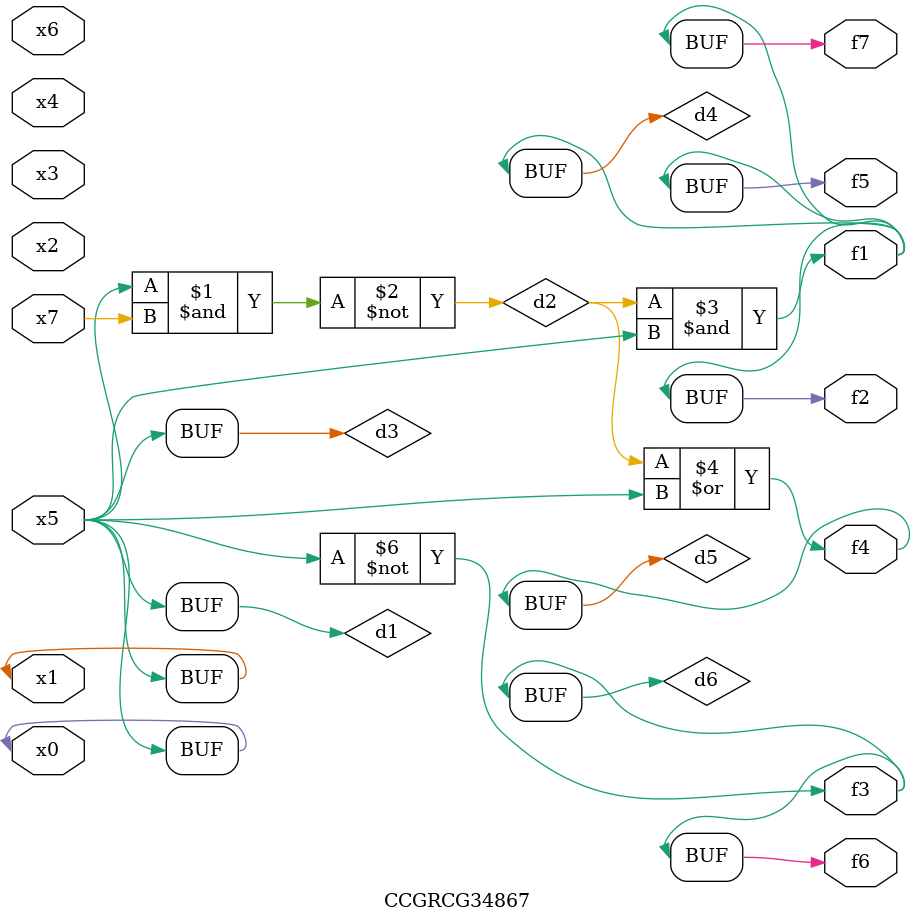
<source format=v>
module CCGRCG34867(
	input x0, x1, x2, x3, x4, x5, x6, x7,
	output f1, f2, f3, f4, f5, f6, f7
);

	wire d1, d2, d3, d4, d5, d6;

	buf (d1, x0, x5);
	nand (d2, x5, x7);
	buf (d3, x0, x1);
	and (d4, d2, d3);
	or (d5, d2, d3);
	nor (d6, d1, d3);
	assign f1 = d4;
	assign f2 = d4;
	assign f3 = d6;
	assign f4 = d5;
	assign f5 = d4;
	assign f6 = d6;
	assign f7 = d4;
endmodule

</source>
